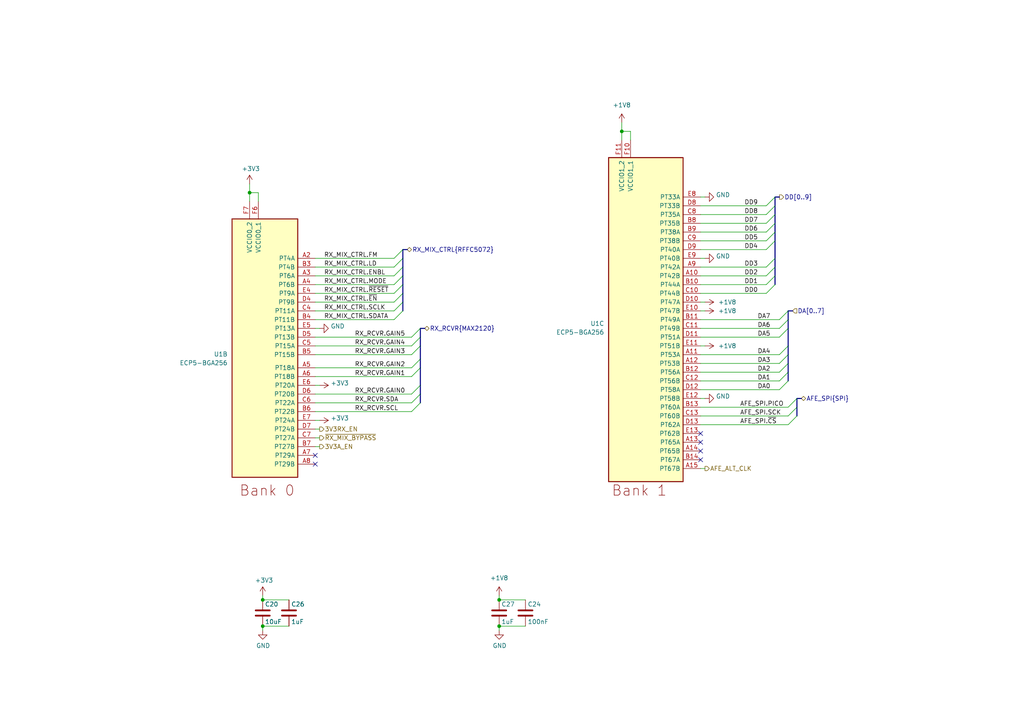
<source format=kicad_sch>
(kicad_sch (version 20230121) (generator eeschema)
  (paper "A4")
  (title_block (title "URTI Mainboard") (date "${DATE}") (rev "${VERSION}") (company "Copyright 2023 Great Scott Gadgets") (comment 1 "Licensed under the CERN-OHL-P v2"))
  (lib_symbols
    (symbol "Device:C" (pin_numbers hide) (pin_names (offset 0.254))
      (property "Reference" "C" (at 0.635 2.54 0))
      (property "Value" "C" (at 0.635 -2.54 0))
      (symbol "C_0_1"
        (polyline (pts (xy -2.032 -0.762) (xy 2.032 -0.762)) (stroke (width 0.508)))
        (polyline (pts (xy -2.032 0.762) (xy 2.032 0.762)) (stroke (width 0.508)))
      )
      (symbol "C_1_1"
        (pin passive line (at 0 3.81 270) (length 2.794) (name "~") (number "1"))
        (pin passive line (at 0 -3.81 90) (length 2.794) (name "~") (number "2"))
      )
    )
    (symbol "fpgas_and_processors:ECP5-BGA256" (pin_names (offset 0.762))
      (property "Reference" "U" (at -2.54 1.27 0))
      (property "Value" "ECP5-BGA256" (at 10.16 1.27 0))
      (symbol "ECP5-BGA256_1_0"
        (rectangle (start 5.08 0) (end 33.02 -71.12) (stroke (width 0.3048)) (fill (type background)))
      )
      (symbol "ECP5-BGA256_1_1"
        (text "FPGA Supplies" (at 19.05 -76.2 0) (effects (font (size 2.9972 2.9972))))
        (pin power_in line (at 38.1 -2.54 180) (length 5.08) (name "GND_1") (number "A1"))
        (pin power_in line (at 38.1 -5.08 180) (length 5.08) (name "GND_2") (number "A16"))
        (pin power_in line (at 38.1 -10.16 180) (length 5.08) (name "GND_4") (number "D15"))
        (pin power_in line (at 38.1 -7.62 180) (length 5.08) (name "GND_3") (number "D2"))
        (pin power_in line (at 38.1 -12.7 180) (length 5.08) (name "GND_5") (number "F8"))
        (pin power_in line (at 38.1 -15.24 180) (length 5.08) (name "GND_6") (number "F9"))
        (pin power_in line (at 38.1 -20.32 180) (length 5.08) (name "GND_8") (number "G10"))
        (pin power_in line (at 0 -66.04 0) (length 5.08) (name "VCCAUX_1") (number "G11"))
        (pin power_in line (at 0 -2.54 0) (length 5.08) (name "VCC_1") (number "G6"))
        (pin power_in line (at 0 -5.08 0) (length 5.08) (name "VCC_2") (number "G7"))
        (pin power_in line (at 38.1 -17.78 180) (length 5.08) (name "GND_7") (number "G8"))
        (pin power_in line (at 0 -7.62 0) (length 5.08) (name "VCC_3") (number "G9"))
        (pin power_in line (at 38.1 -22.86 180) (length 5.08) (name "GND_9") (number "H1"))
        (pin power_in line (at 38.1 -30.48 180) (length 5.08) (name "GND_12") (number "H10"))
        (pin power_in line (at 38.1 -33.02 180) (length 5.08) (name "GND_13") (number "H16"))
        (pin power_in line (at 38.1 -25.4 180) (length 5.08) (name "GND_10") (number "H8"))
        (pin power_in line (at 38.1 -27.94 180) (length 5.08) (name "GND_11") (number "H9"))
        (pin power_in line (at 38.1 -40.64 180) (length 5.08) (name "GND_16") (number "J10"))
        (pin power_in line (at 38.1 -35.56 180) (length 5.08) (name "GND_14") (number "J8"))
        (pin power_in line (at 38.1 -38.1 180) (length 5.08) (name "GND_15") (number "J9"))
        (pin power_in line (at 38.1 -53.34 180) (length 5.08) (name "GND_21") (number "K10"))
        (pin power_in line (at 38.1 -43.18 180) (length 5.08) (name "GND_17") (number "K6"))
        (pin power_in line (at 38.1 -45.72 180) (length 5.08) (name "GND_18") (number "K7"))
        (pin power_in line (at 38.1 -48.26 180) (length 5.08) (name "GND_19") (number "K8"))
        (pin power_in line (at 38.1 -50.8 180) (length 5.08) (name "GND_20") (number "K9"))
        (pin power_in line (at 0 -15.24 0) (length 5.08) (name "VCC_6") (number "L10"))
        (pin power_in line (at 0 -68.58 0) (length 5.08) (name "VCCAUX_2") (number "L7"))
        (pin power_in line (at 0 -10.16 0) (length 5.08) (name "VCC_4") (number "L8"))
        (pin power_in line (at 0 -12.7 0) (length 5.08) (name "VCC_5") (number "L9"))
        (pin power_in line (at 38.1 -58.42 180) (length 5.08) (name "GND_23") (number "N15"))
        (pin power_in line (at 38.1 -55.88 180) (length 5.08) (name "GND_22") (number "N2"))
        (pin power_in line (at 38.1 -60.96 180) (length 5.08) (name "GND_24") (number "T1"))
        (pin power_in line (at 38.1 -66.04 180) (length 5.08) (name "GND_26") (number "T12"))
        (pin power_in line (at 38.1 -68.58 180) (length 5.08) (name "GND_27") (number "T16"))
        (pin power_in line (at 38.1 -63.5 180) (length 5.08) (name "GND_25") (number "T5"))
      )
      (symbol "ECP5-BGA256_2_1"
        (rectangle (start 0 0) (end 19.05 -74.93) (stroke (width 0.3048)) (fill (type background)))
        (text "Bank 0" (at 10.16 -78.74 0) (effects (font (size 2.9972 2.9972))))
        (pin bidirectional line (at 24.13 -11.43 180) (length 5.08) (name "PT4A") (number "A2"))
        (pin bidirectional line (at 24.13 -16.51 180) (length 5.08) (name "PT6A") (number "A3"))
        (pin bidirectional line (at 24.13 -19.05 180) (length 5.08) (name "PT6B") (number "A4"))
        (pin bidirectional line (at 24.13 -43.18 180) (length 5.08) (name "PT18A") (number "A5"))
        (pin bidirectional line (at 24.13 -45.72 180) (length 5.08) (name "PT18B") (number "A6"))
        (pin bidirectional line (at 24.13 -68.58 180) (length 5.08) (name "PT29A") (number "A7"))
        (pin bidirectional line (at 24.13 -71.12 180) (length 5.08) (name "PT29B") (number "A8"))
        (pin bidirectional line (at 24.13 -13.97 180) (length 5.08) (name "PT4B") (number "B3"))
        (pin bidirectional line (at 24.13 -29.21 180) (length 5.08) (name "PT11B") (number "B4"))
        (pin bidirectional line (at 24.13 -39.37 180) (length 5.08) (name "PT15B") (number "B5"))
        (pin bidirectional line (at 24.13 -55.88 180) (length 5.08) (name "PT22B") (number "B6"))
        (pin bidirectional line (at 24.13 -66.04 180) (length 5.08) (name "PT27B") (number "B7"))
        (pin bidirectional line (at 24.13 -26.67 180) (length 5.08) (name "PT11A") (number "C4"))
        (pin bidirectional line (at 24.13 -36.83 180) (length 5.08) (name "PT15A") (number "C5"))
        (pin bidirectional line (at 24.13 -53.34 180) (length 5.08) (name "PT22A") (number "C6"))
        (pin bidirectional line (at 24.13 -63.5 180) (length 5.08) (name "PT27A") (number "C7"))
        (pin bidirectional line (at 24.13 -24.13 180) (length 5.08) (name "PT9B") (number "D4"))
        (pin bidirectional line (at 24.13 -34.29 180) (length 5.08) (name "PT13B") (number "D5"))
        (pin bidirectional line (at 24.13 -50.8 180) (length 5.08) (name "PT20B") (number "D6"))
        (pin bidirectional line (at 24.13 -60.96 180) (length 5.08) (name "PT24B") (number "D7"))
        (pin bidirectional line (at 24.13 -21.59 180) (length 5.08) (name "PT9A") (number "E4"))
        (pin bidirectional line (at 24.13 -31.75 180) (length 5.08) (name "PT13A") (number "E5"))
        (pin bidirectional line (at 24.13 -48.26 180) (length 5.08) (name "PT20A") (number "E6"))
        (pin bidirectional line (at 24.13 -58.42 180) (length 5.08) (name "PT24A") (number "E7"))
        (pin power_in line (at 7.62 5.08 270) (length 5.08) (name "VCCIO0_1") (number "F6"))
        (pin power_in line (at 5.08 5.08 270) (length 5.08) (name "VCCIO0_2") (number "F7"))
      )
      (symbol "ECP5-BGA256_3_0"
        (rectangle (start 0 0) (end 21.59 -93.98) (stroke (width 0.3048)) (fill (type background)))
      )
      (symbol "ECP5-BGA256_3_1"
        (text "Bank 1" (at 8.89 -96.52 0) (effects (font (size 2.9972 2.9972))))
        (pin bidirectional line (at 26.67 -34.29 180) (length 5.08) (name "PT42B") (number "A10"))
        (pin bidirectional line (at 26.67 -57.15 180) (length 5.08) (name "PT53A") (number "A11"))
        (pin bidirectional line (at 26.67 -59.69 180) (length 5.08) (name "PT53B") (number "A12"))
        (pin bidirectional line (at 26.67 -82.55 180) (length 5.08) (name "PT65A") (number "A13"))
        (pin bidirectional line (at 26.67 -85.09 180) (length 5.08) (name "PT65B") (number "A14"))
        (pin bidirectional line (at 26.67 -90.17 180) (length 5.08) (name "PT67B") (number "A15"))
        (pin bidirectional line (at 26.67 -31.75 180) (length 5.08) (name "PT42A") (number "A9"))
        (pin bidirectional line (at 26.67 -36.83 180) (length 5.08) (name "PT44A") (number "B10"))
        (pin bidirectional line (at 26.67 -46.99 180) (length 5.08) (name "PT49A") (number "B11"))
        (pin bidirectional line (at 26.67 -62.23 180) (length 5.08) (name "PT56A") (number "B12"))
        (pin bidirectional line (at 26.67 -72.39 180) (length 5.08) (name "PT60A") (number "B13"))
        (pin bidirectional line (at 26.67 -87.63 180) (length 5.08) (name "PT67A") (number "B14"))
        (pin bidirectional line (at 26.67 -19.05 180) (length 5.08) (name "PT35B") (number "B8"))
        (pin bidirectional line (at 26.67 -21.59 180) (length 5.08) (name "PT38A") (number "B9"))
        (pin bidirectional line (at 26.67 -39.37 180) (length 5.08) (name "PT44B") (number "C10"))
        (pin bidirectional line (at 26.67 -49.53 180) (length 5.08) (name "PT49B") (number "C11"))
        (pin bidirectional line (at 26.67 -64.77 180) (length 5.08) (name "PT56B") (number "C12"))
        (pin bidirectional line (at 26.67 -74.93 180) (length 5.08) (name "PT60B") (number "C13"))
        (pin bidirectional line (at 26.67 -16.51 180) (length 5.08) (name "PT35A") (number "C8"))
        (pin bidirectional line (at 26.67 -24.13 180) (length 5.08) (name "PT38B") (number "C9"))
        (pin bidirectional line (at 26.67 -41.91 180) (length 5.08) (name "PT47A") (number "D10"))
        (pin bidirectional line (at 26.67 -52.07 180) (length 5.08) (name "PT51A") (number "D11"))
        (pin bidirectional line (at 26.67 -67.31 180) (length 5.08) (name "PT58A") (number "D12"))
        (pin bidirectional line (at 26.67 -77.47 180) (length 5.08) (name "PT62A") (number "D13"))
        (pin bidirectional line (at 26.67 -13.97 180) (length 5.08) (name "PT33B") (number "D8"))
        (pin bidirectional line (at 26.67 -26.67 180) (length 5.08) (name "PT40A") (number "D9"))
        (pin bidirectional line (at 26.67 -44.45 180) (length 5.08) (name "PT47B") (number "E10"))
        (pin bidirectional line (at 26.67 -54.61 180) (length 5.08) (name "PT51B") (number "E11"))
        (pin bidirectional line (at 26.67 -69.85 180) (length 5.08) (name "PT58B") (number "E12"))
        (pin bidirectional line (at 26.67 -80.01 180) (length 5.08) (name "PT62B") (number "E13"))
        (pin bidirectional line (at 26.67 -11.43 180) (length 5.08) (name "PT33A") (number "E8"))
        (pin bidirectional line (at 26.67 -29.21 180) (length 5.08) (name "PT40B") (number "E9"))
        (pin power_in line (at 6.35 5.08 270) (length 5.08) (name "VCCIO1_1") (number "F10"))
        (pin power_in line (at 3.81 5.08 270) (length 5.08) (name "VCCIO1_2") (number "F11"))
      )
      (symbol "ECP5-BGA256_4_1"
        (rectangle (start 0 0) (end 19.05 -93.98) (stroke (width 0.3048)) (fill (type background)))
        (text "Bank 2" (at 10.16 -97.79 0) (effects (font (size 2.9972 2.9972))))
        (pin bidirectional line (at 24.13 -13.97 180) (length 5.08) (name "PR2B") (number "B15"))
        (pin bidirectional line (at 24.13 -11.43 180) (length 5.08) (name "PR2A") (number "B16"))
        (pin bidirectional line (at 24.13 -16.51 180) (length 5.08) (name "PR2C") (number "C14"))
        (pin bidirectional line (at 24.13 -24.13 180) (length 5.08) (name "PR5B") (number "C15"))
        (pin bidirectional line (at 24.13 -21.59 180) (length 5.08) (name "PR5A") (number "C16"))
        (pin bidirectional line (at 24.13 -19.05 180) (length 5.08) (name "PR2D") (number "D14"))
        (pin bidirectional line (at 24.13 -31.75 180) (length 5.08) (name "PR8A") (number "D16"))
        (pin bidirectional line (at 24.13 -26.67 180) (length 5.08) (name "PR5C") (number "E14"))
        (pin bidirectional line (at 24.13 -34.29 180) (length 5.08) (name "PR8B") (number "E15"))
        (pin bidirectional line (at 24.13 -49.53 180) (length 5.08) (name "PR11D") (number "E16"))
        (pin bidirectional line (at 24.13 -39.37 180) (length 5.08) (name "PR8D") (number "F12"))
        (pin bidirectional line (at 24.13 -36.83 180) (length 5.08) (name "PR8C") (number "F13"))
        (pin bidirectional line (at 24.13 -29.21 180) (length 5.08) (name "PR5D") (number "F14"))
        (pin bidirectional line (at 24.13 -46.99 180) (length 5.08) (name "PR11C") (number "F15"))
        (pin bidirectional line (at 24.13 -52.07 180) (length 5.08) (name "PR14A") (number "F16"))
        (pin bidirectional line (at 24.13 -41.91 180) (length 5.08) (name "PR11A") (number "G12"))
        (pin bidirectional line (at 24.13 -44.45 180) (length 5.08) (name "PR11B") (number "G13"))
        (pin bidirectional line (at 24.13 -57.15 180) (length 5.08) (name "PR14C") (number "G14"))
        (pin bidirectional line (at 24.13 -54.61 180) (length 5.08) (name "PR14B") (number "G15"))
        (pin bidirectional line (at 24.13 -72.39 180) (length 5.08) (name "PR20A") (number "G16"))
        (pin power_in line (at 3.81 5.08 270) (length 5.08) (name "VCCIO2_1") (number "H11"))
        (pin bidirectional line (at 24.13 -62.23 180) (length 5.08) (name "PR17A") (number "H12"))
        (pin bidirectional line (at 24.13 -64.77 180) (length 5.08) (name "PR17B") (number "H13"))
        (pin bidirectional line (at 24.13 -59.69 180) (length 5.08) (name "PR14D") (number "H14"))
        (pin bidirectional line (at 24.13 -74.93 180) (length 5.08) (name "PR20B") (number "H15"))
        (pin power_in line (at 6.35 5.08 270) (length 5.08) (name "VCCIO2_2") (number "J11"))
        (pin bidirectional line (at 24.13 -69.85 180) (length 5.08) (name "PR17D") (number "J12"))
        (pin bidirectional line (at 24.13 -67.31 180) (length 5.08) (name "PR17C") (number "J13"))
        (pin bidirectional line (at 24.13 -77.47 180) (length 5.08) (name "PR20C") (number "J14"))
        (pin bidirectional line (at 24.13 -85.09 180) (length 5.08) (name "PR23B") (number "J15"))
        (pin bidirectional line (at 24.13 -82.55 180) (length 5.08) (name "PR23A") (number "J16"))
        (pin bidirectional line (at 24.13 -80.01 180) (length 5.08) (name "PR20D") (number "K14"))
        (pin bidirectional line (at 24.13 -90.17 180) (length 5.08) (name "PR23D") (number "K15"))
        (pin bidirectional line (at 24.13 -87.63 180) (length 5.08) (name "PR23C") (number "K16"))
      )
      (symbol "ECP5-BGA256_5_0"
        (rectangle (start 0 0) (end 20.32 -91.44) (stroke (width 0.3048)) (fill (type background)))
      )
      (symbol "ECP5-BGA256_5_1"
        (text "Bank 3" (at 15.24 -96.52 0) (effects (font (size 2.9972 2.9972))))
        (pin power_in line (at 3.81 5.08 270) (length 5.08) (name "VCCIO3_1") (number "K11"))
        (pin bidirectional line (at 25.4 -22.86 180) (length 5.08) (name "PR29B") (number "K12"))
        (pin bidirectional line (at 25.4 -20.32 180) (length 5.08) (name "PR29A") (number "K13"))
        (pin power_in line (at 6.35 5.08 270) (length 5.08) (name "VCCIO3_2") (number "L11"))
        (pin bidirectional line (at 25.4 -27.94 180) (length 5.08) (name "PR29D") (number "L12"))
        (pin bidirectional line (at 25.4 -25.4 180) (length 5.08) (name "PR29C") (number "L13"))
        (pin bidirectional line (at 25.4 -35.56 180) (length 5.08) (name "PR32C") (number "L14"))
        (pin bidirectional line (at 25.4 -12.7 180) (length 5.08) (name "PR26B") (number "L15"))
        (pin bidirectional line (at 25.4 -10.16 180) (length 5.08) (name "PR26A") (number "L16"))
        (pin bidirectional line (at 25.4 -81.28 180) (length 5.08) (name "PR47A") (number "M11"))
        (pin bidirectional line (at 25.4 -76.2 180) (length 5.08) (name "PR44C") (number "M12"))
        (pin bidirectional line (at 25.4 -45.72 180) (length 5.08) (name "PR35C") (number "M13"))
        (pin bidirectional line (at 25.4 -38.1 180) (length 5.08) (name "PR32D") (number "M14"))
        (pin bidirectional line (at 25.4 -17.78 180) (length 5.08) (name "PR26D") (number "M15"))
        (pin bidirectional line (at 25.4 -15.24 180) (length 5.08) (name "PR26C") (number "M16"))
        (pin bidirectional line (at 25.4 -83.82 180) (length 5.08) (name "PR47B") (number "N11"))
        (pin bidirectional line (at 25.4 -78.74 180) (length 5.08) (name "PR44D") (number "N12"))
        (pin bidirectional line (at 25.4 -50.8 180) (length 5.08) (name "PR38A") (number "N13"))
        (pin bidirectional line (at 25.4 -48.26 180) (length 5.08) (name "PR35D") (number "N14"))
        (pin bidirectional line (at 25.4 -30.48 180) (length 5.08) (name "PR32A") (number "N16"))
        (pin bidirectional line (at 25.4 -86.36 180) (length 5.08) (name "PR47C") (number "P11"))
        (pin bidirectional line (at 25.4 -88.9 180) (length 5.08) (name "PR47D") (number "P12"))
        (pin bidirectional line (at 25.4 -60.96 180) (length 5.08) (name "PR41A") (number "P13"))
        (pin bidirectional line (at 25.4 -53.34 180) (length 5.08) (name "PR38B") (number "P14"))
        (pin bidirectional line (at 25.4 -33.02 180) (length 5.08) (name "PR32B") (number "P15"))
        (pin bidirectional line (at 25.4 -40.64 180) (length 5.08) (name "PR35A") (number "P16"))
        (pin bidirectional line (at 25.4 -71.12 180) (length 5.08) (name "PR44A") (number "R12"))
        (pin bidirectional line (at 25.4 -66.04 180) (length 5.08) (name "PR41C") (number "R13"))
        (pin bidirectional line (at 25.4 -63.5 180) (length 5.08) (name "PR41B") (number "R14"))
        (pin bidirectional line (at 25.4 -55.88 180) (length 5.08) (name "PR38C") (number "R15"))
        (pin bidirectional line (at 25.4 -43.18 180) (length 5.08) (name "PR35B") (number "R16"))
        (pin bidirectional line (at 25.4 -73.66 180) (length 5.08) (name "PR44B") (number "T13"))
        (pin bidirectional line (at 25.4 -68.58 180) (length 5.08) (name "PR41D") (number "T14"))
        (pin bidirectional line (at 25.4 -58.42 180) (length 5.08) (name "PR38D") (number "T15"))
      )
      (symbol "ECP5-BGA256_6_1"
        (rectangle (start 0 0) (end 19.05 -106.68) (stroke (width 0.3048)) (fill (type background)))
        (text "Bank 6" (at 11.43 -110.49 0) (effects (font (size 2.9972 2.9972))))
        (pin power_in line (at 3.81 5.08 270) (length 5.08) (name "VCCIO6_1") (number "J6"))
        (pin power_in line (at 6.35 5.08 270) (length 5.08) (name "VCCIO6_2") (number "J7"))
        (pin bidirectional line (at 24.13 -25.4 180) (length 5.08) (name "PL29A") (number "K4"))
        (pin bidirectional line (at 24.13 -27.94 180) (length 5.08) (name "PL29B") (number "K5"))
        (pin bidirectional line (at 24.13 -13.97 180) (length 5.08) (name "PL26A") (number "L1"))
        (pin bidirectional line (at 24.13 -16.51 180) (length 5.08) (name "PL26B") (number "L2"))
        (pin bidirectional line (at 24.13 -41.91 180) (length 5.08) (name "PL32C") (number "L3"))
        (pin bidirectional line (at 24.13 -30.48 180) (length 5.08) (name "PL29C") (number "L4"))
        (pin bidirectional line (at 24.13 -33.02 180) (length 5.08) (name "PL29D") (number "L5"))
        (pin bidirectional line (at 24.13 -19.05 180) (length 5.08) (name "PL26C") (number "M1"))
        (pin bidirectional line (at 24.13 -21.59 180) (length 5.08) (name "PL26D") (number "M2"))
        (pin bidirectional line (at 24.13 -44.45 180) (length 5.08) (name "PL32D") (number "M3"))
        (pin bidirectional line (at 24.13 -53.34 180) (length 5.08) (name "PL35C") (number "M4"))
        (pin bidirectional line (at 24.13 -78.74 180) (length 5.08) (name "PL44C") (number "M5"))
        (pin bidirectional line (at 24.13 -96.52 180) (length 5.08) (name "PL47A") (number "M6"))
        (pin bidirectional line (at 24.13 -36.83 180) (length 5.08) (name "PL32A") (number "N1"))
        (pin bidirectional line (at 24.13 -55.88 180) (length 5.08) (name "PL35D") (number "N3"))
        (pin bidirectional line (at 24.13 -60.96 180) (length 5.08) (name "PL38A") (number "N4"))
        (pin bidirectional line (at 24.13 -81.28 180) (length 5.08) (name "PL44D") (number "N5"))
        (pin bidirectional line (at 24.13 -99.06 180) (length 5.08) (name "PL47B") (number "N6"))
        (pin bidirectional line (at 24.13 -48.26 180) (length 5.08) (name "PL35A") (number "P1"))
        (pin bidirectional line (at 24.13 -39.37 180) (length 5.08) (name "PL32B") (number "P2"))
        (pin bidirectional line (at 24.13 -63.5 180) (length 5.08) (name "PL38B") (number "P3"))
        (pin bidirectional line (at 24.13 -85.09 180) (length 5.08) (name "PL41A") (number "P4"))
        (pin bidirectional line (at 24.13 -101.6 180) (length 5.08) (name "PL47D") (number "P5"))
        (pin bidirectional line (at 24.13 -104.14 180) (length 5.08) (name "PL47C") (number "P6"))
        (pin bidirectional line (at 24.13 -50.8 180) (length 5.08) (name "PL35B") (number "R1"))
        (pin bidirectional line (at 24.13 -66.04 180) (length 5.08) (name "PL38C") (number "R2"))
        (pin bidirectional line (at 24.13 -87.63 180) (length 5.08) (name "PL41B") (number "R3"))
        (pin bidirectional line (at 24.13 -90.17 180) (length 5.08) (name "PL41C") (number "R4"))
        (pin bidirectional line (at 24.13 -73.66 180) (length 5.08) (name "PL44A") (number "R5"))
        (pin bidirectional line (at 24.13 -68.58 180) (length 5.08) (name "PL38D") (number "T2"))
        (pin bidirectional line (at 24.13 -92.71 180) (length 5.08) (name "PL41D") (number "T3"))
        (pin bidirectional line (at 24.13 -76.2 180) (length 5.08) (name "PL44B") (number "T4"))
      )
      (symbol "ECP5-BGA256_7_1"
        (rectangle (start 0 0) (end 20.32 -109.22) (stroke (width 0.3048)) (fill (type background)))
        (text "Bank 7" (at 12.7 -113.03 0) (effects (font (size 2.9972 2.9972))))
        (pin bidirectional line (at 25.4 -10.16 180) (length 5.08) (name "PL2A") (number "B1"))
        (pin bidirectional line (at 25.4 -12.7 180) (length 5.08) (name "PL2B") (number "B2"))
        (pin bidirectional line (at 25.4 -22.86 180) (length 5.08) (name "PL5A") (number "C1"))
        (pin bidirectional line (at 25.4 -25.4 180) (length 5.08) (name "PL5B") (number "C2"))
        (pin bidirectional line (at 25.4 -15.24 180) (length 5.08) (name "PL2C") (number "C3"))
        (pin bidirectional line (at 25.4 -35.56 180) (length 5.08) (name "PL8A") (number "D1"))
        (pin bidirectional line (at 25.4 -17.78 180) (length 5.08) (name "PL2D") (number "D3"))
        (pin bidirectional line (at 25.4 -54.61 180) (length 5.08) (name "PL11D") (number "E1"))
        (pin bidirectional line (at 25.4 -38.1 180) (length 5.08) (name "PL8B") (number "E2"))
        (pin bidirectional line (at 25.4 -27.94 180) (length 5.08) (name "PL5C") (number "E3"))
        (pin bidirectional line (at 25.4 -59.69 180) (length 5.08) (name "PL14A") (number "F1"))
        (pin bidirectional line (at 25.4 -52.07 180) (length 5.08) (name "PL11C") (number "F2"))
        (pin bidirectional line (at 25.4 -30.48 180) (length 5.08) (name "PL5D") (number "F3"))
        (pin bidirectional line (at 25.4 -40.64 180) (length 5.08) (name "PL8C") (number "F4"))
        (pin bidirectional line (at 25.4 -43.18 180) (length 5.08) (name "PL8D") (number "F5"))
        (pin bidirectional line (at 25.4 -82.55 180) (length 5.08) (name "PL20A") (number "G1"))
        (pin bidirectional line (at 25.4 -62.23 180) (length 5.08) (name "PL14B") (number "G2"))
        (pin bidirectional line (at 25.4 -64.77 180) (length 5.08) (name "PL14C") (number "G3"))
        (pin bidirectional line (at 25.4 -49.53 180) (length 5.08) (name "PL11B") (number "G4"))
        (pin bidirectional line (at 25.4 -46.99 180) (length 5.08) (name "PL11A") (number "G5"))
        (pin bidirectional line (at 25.4 -85.09 180) (length 5.08) (name "PL20B") (number "H2"))
        (pin bidirectional line (at 25.4 -67.31 180) (length 5.08) (name "PL14D") (number "H3"))
        (pin bidirectional line (at 25.4 -73.66 180) (length 5.08) (name "PL17B") (number "H4"))
        (pin bidirectional line (at 25.4 -71.12 180) (length 5.08) (name "PL17A") (number "H5"))
        (pin power_in line (at 7.62 5.08 270) (length 5.08) (name "VCCIO7_1") (number "H6"))
        (pin power_in line (at 5.08 5.08 270) (length 5.08) (name "VCCIO7_2") (number "H7"))
        (pin bidirectional line (at 25.4 -95.25 180) (length 5.08) (name "PL23A") (number "J1"))
        (pin bidirectional line (at 25.4 -97.79 180) (length 5.08) (name "PL23B") (number "J2"))
        (pin bidirectional line (at 25.4 -87.63 180) (length 5.08) (name "PL20C") (number "J3"))
        (pin bidirectional line (at 25.4 -76.2 180) (length 5.08) (name "PL17C") (number "J4"))
        (pin bidirectional line (at 25.4 -78.74 180) (length 5.08) (name "PL17D") (number "J5"))
        (pin bidirectional line (at 25.4 -100.33 180) (length 5.08) (name "PL23C") (number "K1"))
        (pin bidirectional line (at 25.4 -102.87 180) (length 5.08) (name "PL23D") (number "K2"))
        (pin bidirectional line (at 25.4 -90.17 180) (length 5.08) (name "PL20D") (number "K3"))
      )
      (symbol "ECP5-BGA256_8_0"
        (text "(Config)" (at 13.97 -97.79 0) (effects (font (size 2.9972 2.9972))))
        (text "Bank 8" (at 13.97 -92.71 0) (effects (font (size 2.9972 2.9972))))
      )
      (symbol "ECP5-BGA256_8_1"
        (rectangle (start 0 0) (end 21.59 -88.9) (stroke (width 0.3048)) (fill (type background)))
        (pin power_in line (at 5.08 5.08 270) (length 5.08) (name "VCCIO8") (number "L6"))
        (pin output line (at 26.67 -57.15 180) (length 5.08) (name "TDO") (number "M10"))
        (pin bidirectional line (at 26.67 -24.13 180) (length 5.08) (name "D2/PB9B") (number "M7"))
        (pin bidirectional line (at 26.67 -39.37 180) (length 5.08) (name "DOUT/CSON/PB15B") (number "M8"))
        (pin bidirectional line (at 26.67 -41.91 180) (length 5.08) (name "WRITEEN/PB18A") (number "M9"))
        (pin input line (at 26.67 -68.58 180) (length 5.08) (name "CFG_0") (number "N10"))
        (pin bidirectional line (at 26.67 -21.59 180) (length 5.08) (name "D3/PB9A") (number "N7"))
        (pin bidirectional line (at 26.67 -36.83 180) (length 5.08) (name "HOLDN/DI/PB15A") (number "N8"))
        (pin bidirectional line (at 26.67 -63.5 180) (length 5.08) (name "MCLK/SCLK/CCLK") (number "N9"))
        (pin input line (at 26.67 -71.12 180) (length 5.08) (name "CFG_1") (number "P10"))
        (pin bidirectional line (at 26.67 -19.05 180) (length 5.08) (name "D4/PICO2/PB6B") (number "P7"))
        (pin bidirectional line (at 26.67 -34.29 180) (length 5.08) (name "CS1N/PB13B") (number "P8"))
        (pin bidirectional line (at 26.67 -80.01 180) (length 5.08) (name "DONE") (number "P9"))
        (pin input line (at 26.67 -73.66 180) (length 5.08) (name "CFG_2") (number "R10"))
        (pin input line (at 26.67 -54.61 180) (length 5.08) (name "TDI") (number "R11"))
        (pin bidirectional line (at 26.67 -13.97 180) (length 5.08) (name "D6/PB4B") (number "R6"))
        (pin bidirectional line (at 26.67 -16.51 180) (length 5.08) (name "D5/POCI2/PB6A") (number "R7"))
        (pin bidirectional line (at 26.67 -31.75 180) (length 5.08) (name "SN/CSN/PB13A") (number "R8"))
        (pin bidirectional line (at 26.67 -85.09 180) (length 5.08) (name "PROGRAMN") (number "R9"))
        (pin input line (at 26.67 -52.07 180) (length 5.08) (name "TCK") (number "T10"))
        (pin input line (at 26.67 -49.53 180) (length 5.08) (name "TMS") (number "T11"))
        (pin bidirectional line (at 26.67 -11.43 180) (length 5.08) (name "D7/PB4A") (number "T6"))
        (pin bidirectional line (at 26.67 -26.67 180) (length 5.08) (name "D1/POCI/PB11A") (number "T7"))
        (pin bidirectional line (at 26.67 -29.21 180) (length 5.08) (name "D0/PICO/PB11B") (number "T8"))
        (pin bidirectional line (at 26.67 -82.55 180) (length 5.08) (name "INITN") (number "T9"))
      )
    )
    (symbol "power:+1V8" (power) (pin_names (offset 0))
      (property "Value" "+1V8" (at 0 3.556 0))
      (symbol "+1V8_0_1"
        (polyline (pts (xy -0.762 1.27) (xy 0 2.54)))
        (polyline (pts (xy 0 0) (xy 0 2.54)))
        (polyline (pts (xy 0 2.54) (xy 0.762 1.27)))
      )
      (symbol "+1V8_1_1"
        (pin power_in line (at 0 0 90) (length 0) hide (name "+1V8") (number "1"))
      )
    )
    (symbol "power:+3V3" (power) (pin_names (offset 0))
      (property "Value" "+3V3" (at 0 3.556 0))
      (symbol "+3V3_0_1"
        (polyline (pts (xy -0.762 1.27) (xy 0 2.54)))
        (polyline (pts (xy 0 0) (xy 0 2.54)))
        (polyline (pts (xy 0 2.54) (xy 0.762 1.27)))
      )
      (symbol "+3V3_1_1"
        (pin power_in line (at 0 0 90) (length 0) hide (name "+3V3") (number "1"))
      )
    )
    (symbol "power:GND" (power) (pin_names (offset 0))
      (property "Value" "GND" (at 0 -3.81 0))
      (symbol "GND_0_1"
        (polyline (pts (xy 0 0) (xy 0 -1.27) (xy 1.27 -1.27) (xy 0 -2.54) (xy -1.27 -1.27) (xy 0 -1.27)))
      )
      (symbol "GND_1_1"
        (pin power_in line (at 0 0 270) (length 0) hide (name "GND") (number "1"))
      )
    )
  )
  (junction (at 144.78 181.61))
  (junction (at 76.2 181.61))
  (junction (at 72.39 55.88))
  (junction (at 76.2 173.99))
  (junction (at 144.78 173.99))
  (junction (at 180.34 38.1))
  (no_connect (at 91.44 132.08))
  (no_connect (at 203.2 128.27))
  (no_connect (at 203.2 133.35))
  (no_connect (at 91.44 134.62))
  (no_connect (at 203.2 130.81))
  (no_connect (at 203.2 125.73))
  (bus_entry (at 224.79 69.85) (size -2.54 2.54))
  (bus_entry (at 114.3 90.17) (size 2.54 -2.54))
  (bus_entry (at 121.92 97.79) (size -2.54 2.54))
  (bus_entry (at 224.79 67.31) (size -2.54 2.54))
  (bus_entry (at 114.3 80.01) (size 2.54 -2.54))
  (bus_entry (at 224.79 82.55) (size -2.54 2.54))
  (bus_entry (at 228.6 110.49) (size -2.54 2.54))
  (bus_entry (at 114.3 77.47) (size 2.54 -2.54))
  (bus_entry (at 114.3 74.93) (size 2.54 -2.54))
  (bus_entry (at 224.79 62.23) (size -2.54 2.54))
  (bus_entry (at 228.6 100.33) (size -2.54 2.54))
  (bus_entry (at 228.6 92.71) (size -2.54 2.54))
  (bus_entry (at 228.6 90.17) (size -2.54 2.54))
  (bus_entry (at 121.92 100.33) (size -2.54 2.54))
  (bus_entry (at 228.6 123.19) (size 2.54 -2.54))
  (bus_entry (at 121.92 95.25) (size -2.54 2.54))
  (bus_entry (at 228.6 107.95) (size -2.54 2.54))
  (bus_entry (at 114.3 87.63) (size 2.54 -2.54))
  (bus_entry (at 121.92 106.68) (size -2.54 2.54))
  (bus_entry (at 228.6 105.41) (size -2.54 2.54))
  (bus_entry (at 121.92 104.14) (size -2.54 2.54))
  (bus_entry (at 228.6 95.25) (size -2.54 2.54))
  (bus_entry (at 114.3 82.55) (size 2.54 -2.54))
  (bus_entry (at 224.79 77.47) (size -2.54 2.54))
  (bus_entry (at 121.92 116.84) (size -2.54 2.54))
  (bus_entry (at 224.79 74.93) (size -2.54 2.54))
  (bus_entry (at 116.84 82.55) (size -2.54 2.54))
  (bus_entry (at 121.92 111.76) (size -2.54 2.54))
  (bus_entry (at 228.6 118.11) (size 2.54 -2.54))
  (bus_entry (at 224.79 57.15) (size -2.54 2.54))
  (bus_entry (at 228.6 102.87) (size -2.54 2.54))
  (bus_entry (at 224.79 59.69) (size -2.54 2.54))
  (bus_entry (at 121.92 114.3) (size -2.54 2.54))
  (bus_entry (at 228.6 120.65) (size 2.54 -2.54))
  (bus_entry (at 224.79 80.01) (size -2.54 2.54))
  (bus_entry (at 224.79 64.77) (size -2.54 2.54))
  (bus_entry (at 114.3 92.71) (size 2.54 -2.54))
  (wire (pts (xy 203.2 77.47) (xy 222.25 77.47)))
  (wire (pts (xy 203.2 64.77) (xy 222.25 64.77)))
  (wire (pts (xy 203.2 123.19) (xy 228.6 123.19)))
  (wire (pts (xy 91.44 74.93) (xy 114.3 74.93)))
  (wire (pts (xy 91.44 127) (xy 92.71 127)))
  (wire (pts (xy 72.39 58.42) (xy 72.39 55.88)))
  (wire (pts (xy 203.2 57.15) (xy 204.47 57.15)))
  (wire (pts (xy 76.2 181.61) (xy 76.2 182.88)))
  (wire (pts (xy 204.47 90.17) (xy 203.2 90.17)))
  (bus (pts (xy 232.41 115.57) (xy 231.14 115.57)))
  (bus (pts (xy 228.6 92.71) (xy 228.6 95.25)))
  (bus (pts (xy 121.92 97.79) (xy 121.92 100.33)))
  (wire (pts (xy 91.44 106.68) (xy 119.38 106.68)))
  (wire (pts (xy 144.78 172.72) (xy 144.78 173.99)))
  (wire (pts (xy 144.78 181.61) (xy 144.78 182.88)))
  (bus (pts (xy 116.84 85.09) (xy 116.84 87.63)))
  (wire (pts (xy 76.2 173.99) (xy 83.82 173.99)))
  (wire (pts (xy 203.2 69.85) (xy 222.25 69.85)))
  (wire (pts (xy 91.44 87.63) (xy 114.3 87.63)))
  (wire (pts (xy 91.44 85.09) (xy 114.3 85.09)))
  (bus (pts (xy 118.11 72.39) (xy 116.84 72.39)))
  (wire (pts (xy 203.2 82.55) (xy 222.25 82.55)))
  (bus (pts (xy 224.79 57.15) (xy 224.79 59.69)))
  (wire (pts (xy 203.2 100.33) (xy 204.47 100.33)))
  (wire (pts (xy 203.2 92.71) (xy 226.06 92.71)))
  (wire (pts (xy 91.44 92.71) (xy 114.3 92.71)))
  (wire (pts (xy 203.2 97.79) (xy 226.06 97.79)))
  (bus (pts (xy 116.84 87.63) (xy 116.84 90.17)))
  (wire (pts (xy 91.44 95.25) (xy 92.71 95.25)))
  (bus (pts (xy 224.79 74.93) (xy 224.79 77.47)))
  (bus (pts (xy 116.84 74.93) (xy 116.84 77.47)))
  (bus (pts (xy 228.6 107.95) (xy 228.6 110.49)))
  (bus (pts (xy 116.84 72.39) (xy 116.84 74.93)))
  (wire (pts (xy 91.44 109.22) (xy 119.38 109.22)))
  (wire (pts (xy 72.39 55.88) (xy 72.39 53.34)))
  (bus (pts (xy 116.84 80.01) (xy 116.84 82.55)))
  (bus (pts (xy 231.14 115.57) (xy 231.14 118.11)))
  (bus (pts (xy 121.92 100.33) (xy 121.92 104.14)))
  (wire (pts (xy 91.44 82.55) (xy 114.3 82.55)))
  (wire (pts (xy 203.2 135.89) (xy 204.47 135.89)))
  (wire (pts (xy 91.44 102.87) (xy 119.38 102.87)))
  (wire (pts (xy 91.44 114.3) (xy 119.38 114.3)))
  (bus (pts (xy 224.79 67.31) (xy 224.79 69.85)))
  (wire (pts (xy 92.71 111.76) (xy 91.44 111.76)))
  (bus (pts (xy 224.79 62.23) (xy 224.79 64.77)))
  (wire (pts (xy 203.2 72.39) (xy 222.25 72.39)))
  (wire (pts (xy 180.34 35.56) (xy 180.34 38.1)))
  (bus (pts (xy 121.92 95.25) (xy 121.92 97.79)))
  (wire (pts (xy 91.44 116.84) (xy 119.38 116.84)))
  (bus (pts (xy 228.6 90.17) (xy 228.6 92.71)))
  (bus (pts (xy 116.84 82.55) (xy 116.84 85.09)))
  (wire (pts (xy 203.2 105.41) (xy 226.06 105.41)))
  (wire (pts (xy 180.34 38.1) (xy 182.88 38.1)))
  (wire (pts (xy 203.2 118.11) (xy 228.6 118.11)))
  (wire (pts (xy 91.44 90.17) (xy 114.3 90.17)))
  (wire (pts (xy 180.34 40.64) (xy 180.34 38.1)))
  (wire (pts (xy 203.2 102.87) (xy 226.06 102.87)))
  (bus (pts (xy 121.92 106.68) (xy 121.92 111.76)))
  (bus (pts (xy 224.79 80.01) (xy 224.79 82.55)))
  (bus (pts (xy 224.79 57.15) (xy 226.06 57.15)))
  (wire (pts (xy 76.2 181.61) (xy 83.82 181.61)))
  (wire (pts (xy 144.78 181.61) (xy 152.4 181.61)))
  (wire (pts (xy 144.78 173.99) (xy 152.4 173.99)))
  (wire (pts (xy 203.2 62.23) (xy 222.25 62.23)))
  (bus (pts (xy 116.84 77.47) (xy 116.84 80.01)))
  (wire (pts (xy 91.44 119.38) (xy 119.38 119.38)))
  (wire (pts (xy 91.44 124.46) (xy 92.71 124.46)))
  (wire (pts (xy 72.39 55.88) (xy 74.93 55.88)))
  (bus (pts (xy 121.92 114.3) (xy 121.92 116.84)))
  (wire (pts (xy 203.2 59.69) (xy 222.25 59.69)))
  (wire (pts (xy 203.2 95.25) (xy 226.06 95.25)))
  (wire (pts (xy 203.2 107.95) (xy 226.06 107.95)))
  (bus (pts (xy 224.79 64.77) (xy 224.79 67.31)))
  (bus (pts (xy 228.6 100.33) (xy 228.6 102.87)))
  (bus (pts (xy 224.79 59.69) (xy 224.79 62.23)))
  (wire (pts (xy 203.2 120.65) (xy 228.6 120.65)))
  (wire (pts (xy 203.2 67.31) (xy 222.25 67.31)))
  (wire (pts (xy 91.44 97.79) (xy 119.38 97.79)))
  (bus (pts (xy 228.6 102.87) (xy 228.6 105.41)))
  (wire (pts (xy 182.88 38.1) (xy 182.88 40.64)))
  (wire (pts (xy 91.44 80.01) (xy 114.3 80.01)))
  (wire (pts (xy 91.44 129.54) (xy 92.71 129.54)))
  (wire (pts (xy 91.44 77.47) (xy 114.3 77.47)))
  (bus (pts (xy 224.79 77.47) (xy 224.79 80.01)))
  (bus (pts (xy 228.6 105.41) (xy 228.6 107.95)))
  (wire (pts (xy 203.2 85.09) (xy 222.25 85.09)))
  (bus (pts (xy 231.14 118.11) (xy 231.14 120.65)))
  (bus (pts (xy 228.6 95.25) (xy 228.6 100.33)))
  (wire (pts (xy 203.2 115.57) (xy 204.47 115.57)))
  (bus (pts (xy 121.92 104.14) (xy 121.92 106.68)))
  (wire (pts (xy 91.44 100.33) (xy 119.38 100.33)))
  (bus (pts (xy 224.79 69.85) (xy 224.79 74.93)))
  (wire (pts (xy 74.93 55.88) (xy 74.93 58.42)))
  (bus (pts (xy 228.6 90.17) (xy 229.87 90.17)))
  (wire (pts (xy 203.2 74.93) (xy 204.47 74.93)))
  (wire (pts (xy 203.2 110.49) (xy 226.06 110.49)))
  (wire (pts (xy 76.2 172.72) (xy 76.2 173.99)))
  (bus (pts (xy 123.19 95.25) (xy 121.92 95.25)))
  (wire (pts (xy 203.2 80.01) (xy 222.25 80.01)))
  (wire (pts (xy 203.2 113.03) (xy 226.06 113.03)))
  (bus (pts (xy 121.92 111.76) (xy 121.92 114.3)))
  (wire (pts (xy 204.47 87.63) (xy 203.2 87.63)))
  (wire (pts (xy 91.44 121.92) (xy 92.71 121.92)))
  (label "RX_RCVR.SDA" (at 102.87 116.84 0))
  (label "RX_MIX_CTRL.FM" (at 93.98 74.93 0))
  (label "RX_RCVR.GAIN1" (at 102.87 109.22 0))
  (label "DD8" (at 215.9 62.23 0))
  (label "RX_MIX_CTRL.MODE" (at 93.98 82.55 0))
  (label "RX_MIX_CTRL.LD" (at 93.98 77.47 0))
  (label "DD4" (at 215.9 72.39 0))
  (label "DA5" (at 219.71 97.79 0))
  (label "DA2" (at 219.71 107.95 0))
  (label "DD7" (at 215.9 64.77 0))
  (label "RX_RCVR.GAIN3" (at 102.87 102.87 0))
  (label "DD3" (at 215.9 77.47 0))
  (label "DD6" (at 215.9 67.31 0))
  (label "AFE_SPI.PICO" (at 214.63 118.11 0))
  (label "RX_MIX_CTRL.~{RESET}" (at 93.98 85.09 0))
  (label "RX_MIX_CTRL.ENBL" (at 93.98 80.01 0))
  (label "RX_RCVR.GAIN4" (at 102.87 100.33 0))
  (label "RX_MIX_CTRL.~{EN}" (at 93.98 87.63 0))
  (label "RX_RCVR.GAIN5" (at 102.87 97.79 0))
  (label "DD2" (at 215.9 80.01 0))
  (label "RX_RCVR.GAIN2" (at 102.87 106.68 0))
  (label "RX_MIX_CTRL.SCLK" (at 93.98 90.17 0))
  (label "RX_RCVR.SCL" (at 102.87 119.38 0))
  (label "DA3" (at 219.71 105.41 0))
  (label "AFE_SPI.SCK" (at 214.63 120.65 0))
  (label "RX_MIX_CTRL.SDATA" (at 93.98 92.71 0))
  (label "DD0" (at 215.9 85.09 0))
  (label "RX_RCVR.GAIN0" (at 102.87 114.3 0))
  (label "DA0" (at 219.71 113.03 0))
  (label "AFE_SPI.~{CS}" (at 214.63 123.19 0))
  (label "DA4" (at 219.71 102.87 0))
  (label "DA6" (at 219.71 95.25 0))
  (label "DD1" (at 215.9 82.55 0))
  (label "DD9" (at 215.9 59.69 0))
  (label "DA7" (at 219.71 92.71 0))
  (label "DD5" (at 215.9 69.85 0))
  (label "DA1" (at 219.71 110.49 0))
  (hierarchical_label "3V3RX_EN" (shape output) (at 92.71 124.46 0))
  (hierarchical_label "RX_RCVR{MAX2120}" (shape bidirectional) (at 123.19 95.25 0))
  (hierarchical_label "DA[0..7]" (shape input) (at 229.87 90.17 0))
  (hierarchical_label "3V3A_EN" (shape output) (at 92.71 129.54 0))
  (hierarchical_label "RX_MIX_CTRL{RFFC5072}" (shape bidirectional) (at 118.11 72.39 0))
  (hierarchical_label "AFE_SPI{SPI}" (shape bidirectional) (at 232.41 115.57 0))
  (hierarchical_label "~{RX_MIX_BYPASS}" (shape output) (at 92.71 127 0))
  (hierarchical_label "DD[0..9]" (shape output) (at 226.06 57.15 0))
  (hierarchical_label "AFE_ALT_CLK" (shape output) (at 204.47 135.89 0))
  (symbol (lib_id "fpgas_and_processors:ECP5-BGA256") (at 67.31 63.5 0) (unit 2)
    (property "Reference" "U1" (at 66.04 102.7293 0) (effects (justify right)))
    (property "Value" "ECP5-BGA256" (at 66.04 105.2693 0) (effects (justify right)))
    (property "Footprint" "mainboard:lattice_cabga256" (effects hide))
    (property "Description" "FPGA - Field Programmable Gate Array ECP5; 12k LUTs; 1.1V" (effects hide))
    (property "Manufacturer" "Lattice" (effects hide))
    (property "Part Number" "LFE5U-12F-6BG256C" (effects hide))
    (property "Substitution" "LFE5U-12F-*BG256*, LFE5U-25F-*BG256*" (effects hide))
  )
  (symbol (lib_id "power:+3V3") (at 72.39 53.34 0) (unit 1)
    (property "Reference" "#PWR0147" (effects hide))
    (property "Value" "+3V3" (at 72.7456 48.9458 0))
  )
  (symbol (lib_id "power:+3V3") (at 76.2 172.72 0) (unit 1)
    (property "Reference" "#PWR081" (effects hide))
    (property "Value" "+3V3" (at 76.581 168.3258 0))
    (instances (project "mainboard" (path "" (reference "#PWR081") (unit 1)) (path "" (reference "#PWR081") (unit 1)) (path "" (reference "#PWR0281") (unit 1))))
  )
  (symbol (lib_id "Device:C") (at 144.78 177.8 0) (unit 1)
    (property "Reference" "C27" (at 145.415 175.26 0) (effects (justify left)))
    (property "Value" "1uF" (at 145.415 180.34 0) (effects (justify left)))
    (property "Footprint" "Capacitor_SMD:C_0402_1005Metric" (effects hide))
    (property "Part Number" "CL05A105KP5NNNC" (effects hide))
    (property "Substitution" "any equivalent" (effects hide))
    (property "Description" "CAP CER 1UF 10V X5R 0402" (effects hide))
    (property "Manufacturer" "Samsung" (effects hide))
  )
  (symbol (lib_id "Device:C") (at 152.4 177.8 0) (unit 1)
    (property "Reference" "C24" (at 153.035 175.26 0) (effects (justify left)))
    (property "Value" "100nF" (at 153.035 180.34 0) (effects (justify left)))
    (property "Footprint" "Capacitor_SMD:C_0402_1005Metric" (effects hide))
    (property "Part Number" "CL05A104KA5NNNC" (effects hide))
    (property "Substitution" "any equivalent" (effects hide))
    (property "Description" "CAP CER 0.1UF 25V X5R 0402" (effects hide))
    (property "Manufacturer" "Samsung" (effects hide))
  )
  (symbol (lib_id "fpgas_and_processors:ECP5-BGA256") (at 176.53 45.72 0) (unit 3)
    (property "Reference" "U1" (at 175.26 93.8393 0) (effects (justify right)))
    (property "Value" "ECP5-BGA256" (at 175.26 96.3793 0) (effects (justify right)))
    (property "Footprint" "mainboard:lattice_cabga256" (effects hide))
    (property "Description" "FPGA - Field Programmable Gate Array ECP5; 12k LUTs; 1.1V" (effects hide))
    (property "Manufacturer" "Lattice" (effects hide))
    (property "Part Number" "LFE5U-12F-6BG256C" (effects hide))
    (property "Substitution" "LFE5U-12F-*BG256*, LFE5U-25F-*BG256*" (effects hide))
  )
  (symbol (lib_id "power:+1V8") (at 144.78 172.72 0) (unit 1)
    (property "Reference" "#PWR0108" (effects hide))
    (property "Value" "+1V8" (at 144.78 167.64 0))
    (instances (project "mainboard" (path "" (reference "#PWR0108") (unit 1)) (path "" (reference "#PWR0153") (unit 1)) (path "" (reference "#PWR0153") (unit 1))))
  )
  (symbol (lib_id "power:+1V8") (at 204.47 100.33 270) (unit 1)
    (property "Reference" "#PWR0108" (effects hide))
    (property "Value" "+1V8" (at 208.28 100.33 90) (effects (justify left)))
    (instances (project "mainboard" (path "" (reference "#PWR0108") (unit 1)) (path "" (reference "#PWR066") (unit 1)) (path "" (reference "#PWR0151") (unit 1))))
  )
  (symbol (lib_id "power:GND") (at 204.47 57.15 90) (unit 1)
    (property "Reference" "#PWR0148" (effects hide))
    (property "Value" "GND" (at 207.645 56.515 90) (effects (justify right)))
  )
  (symbol (lib_id "power:GND") (at 204.47 74.93 90) (unit 1)
    (property "Reference" "#PWR0149" (effects hide))
    (property "Value" "GND" (at 207.645 74.295 90) (effects (justify right)))
  )
  (symbol (lib_id "Device:C") (at 83.82 177.8 0) (unit 1)
    (property "Reference" "C26" (at 84.455 175.26 0) (effects (justify left)))
    (property "Value" "1uF" (at 84.455 180.34 0) (effects (justify left)))
    (property "Footprint" "Capacitor_SMD:C_0402_1005Metric" (effects hide))
    (property "Part Number" "CL05A105KP5NNNC" (effects hide))
    (property "Substitution" "any equivalent" (effects hide))
    (property "Description" "CAP CER 1UF 10V X5R 0402" (effects hide))
    (property "Manufacturer" "Samsung" (effects hide))
  )
  (symbol (lib_id "power:+3V3") (at 92.71 121.92 270) (unit 1)
    (property "Reference" "#PWR0156" (effects hide))
    (property "Value" "+3V3" (at 95.885 121.285 90) (effects (justify left)))
  )
  (symbol (lib_id "power:+1V8") (at 204.47 90.17 270) (unit 1)
    (property "Reference" "#PWR0108" (effects hide))
    (property "Value" "+1V8" (at 208.28 90.17 90) (effects (justify left)))
    (instances (project "mainboard" (path "" (reference "#PWR0108") (unit 1)) (path "" (reference "#PWR066") (unit 1)) (path "" (reference "#PWR0150") (unit 1))))
  )
  (symbol (lib_id "power:GND") (at 144.78 182.88 0) (unit 1)
    (property "Reference" "#PWR0176" (effects hide))
    (property "Value" "GND" (at 144.907 187.2742 0))
  )
  (symbol (lib_id "power:+1V8") (at 204.47 87.63 270) (unit 1)
    (property "Reference" "#PWR0108" (effects hide))
    (property "Value" "+1V8" (at 208.28 87.63 90) (effects (justify left)))
    (instances (project "mainboard" (path "" (reference "#PWR0108") (unit 1)) (path "" (reference "#PWR066") (unit 1)) (path "" (reference "#PWR0146") (unit 1))))
  )
  (symbol (lib_id "power:+3V3") (at 92.71 111.76 270) (unit 1)
    (property "Reference" "#PWR0154" (effects hide))
    (property "Value" "+3V3" (at 95.885 111.125 90) (effects (justify left)))
  )
  (symbol (lib_id "Device:C") (at 76.2 177.8 0) (unit 1)
    (property "Reference" "C20" (at 76.835 175.26 0) (effects (justify left)))
    (property "Value" "10uF" (at 76.835 180.34 0) (effects (justify left)))
    (property "Footprint" "Capacitor_SMD:C_0603_1608Metric" (effects hide))
    (property "Description" "CAP CER 10UF 10V X5R 0603" (effects hide))
    (property "Manufacturer" "Samsung" (effects hide))
    (property "Part Number" "CL10A106KP8NNNC" (effects hide))
    (property "Substitution" "any equivalent" (effects hide))
  )
  (symbol (lib_id "power:GND") (at 92.71 95.25 90) (unit 1)
    (property "Reference" "#PWR0152" (effects hide))
    (property "Value" "GND" (at 95.885 94.615 90) (effects (justify right)))
  )
  (symbol (lib_id "power:+1V8") (at 180.34 35.56 0) (unit 1)
    (property "Reference" "#PWR0108" (effects hide))
    (property "Value" "+1V8" (at 180.34 30.48 0))
    (instances (project "mainboard" (path "" (reference "#PWR0108") (unit 1)) (path "" (reference "#PWR066") (unit 1)) (path "" (reference "#PWR045") (unit 1))))
  )
  (symbol (lib_id "power:GND") (at 204.47 115.57 90) (unit 1)
    (property "Reference" "#PWR0155" (effects hide))
    (property "Value" "GND" (at 207.645 114.935 90) (effects (justify right)))
  )
  (symbol (lib_id "power:GND") (at 76.2 182.88 0) (unit 1)
    (property "Reference" "#PWR085" (effects hide))
    (property "Value" "GND" (at 76.327 187.2742 0))
    (instances (project "mainboard" (path "" (reference "#PWR085") (unit 1)) (path "" (reference "#PWR085") (unit 1)) (path "" (reference "#PWR0282") (unit 1))))
  )
)
</source>
